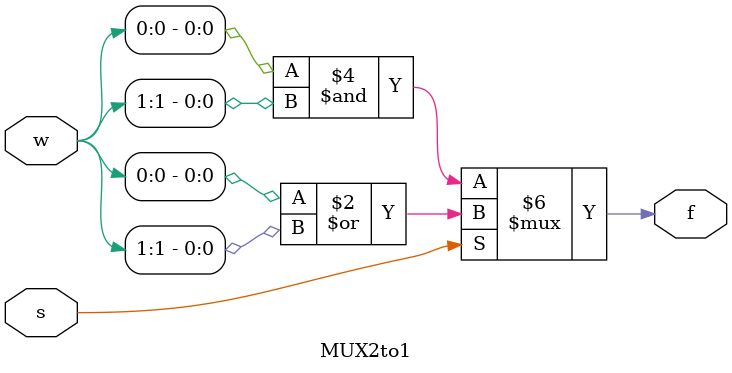
<source format=v>
module q2a(w,f);
    input [2:0] w;
    output f;

    MUX2to1 stage0(w[1:0],w[2],f);

endmodule

module MUX2to1(w,s,f);
    input [1:0] w;
    input s;
    output reg f;

    always @(w or s)
    begin 
        f = w[0] | w[1];
        if(s == 0)
            f = w[0] & w[1];
    end
endmodule

</source>
